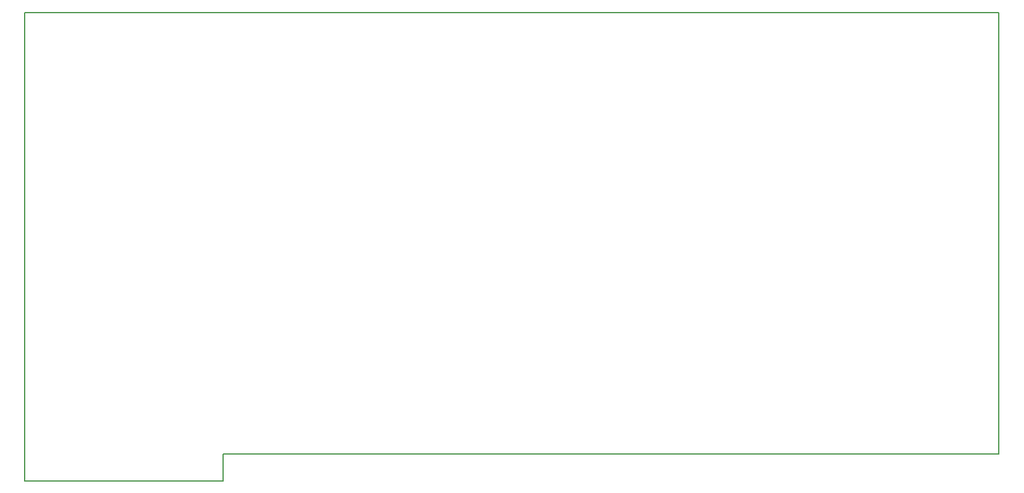
<source format=gbr>
G04 #@! TF.FileFunction,Profile,NP*
%FSLAX46Y46*%
G04 Gerber Fmt 4.6, Leading zero omitted, Abs format (unit mm)*
G04 Created by KiCad (PCBNEW 4.0.7) date 01/09/18 02:32:33*
%MOMM*%
%LPD*%
G01*
G04 APERTURE LIST*
%ADD10C,0.100000*%
%ADD11C,0.150000*%
G04 APERTURE END LIST*
D10*
D11*
X108585000Y-66040000D02*
X109220000Y-66040000D01*
X108585000Y-128270000D02*
X109220000Y-128270000D01*
X108585000Y-132080000D02*
X108585000Y-128270000D01*
X80645000Y-66040000D02*
X80645000Y-132080000D01*
X108585000Y-66040000D02*
X80645000Y-66040000D01*
X80645000Y-132080000D02*
X108585000Y-132080000D01*
X217805000Y-66040000D02*
X109220000Y-66040000D01*
X217805000Y-128270000D02*
X217805000Y-66040000D01*
X109220000Y-128270000D02*
X217805000Y-128270000D01*
M02*

</source>
